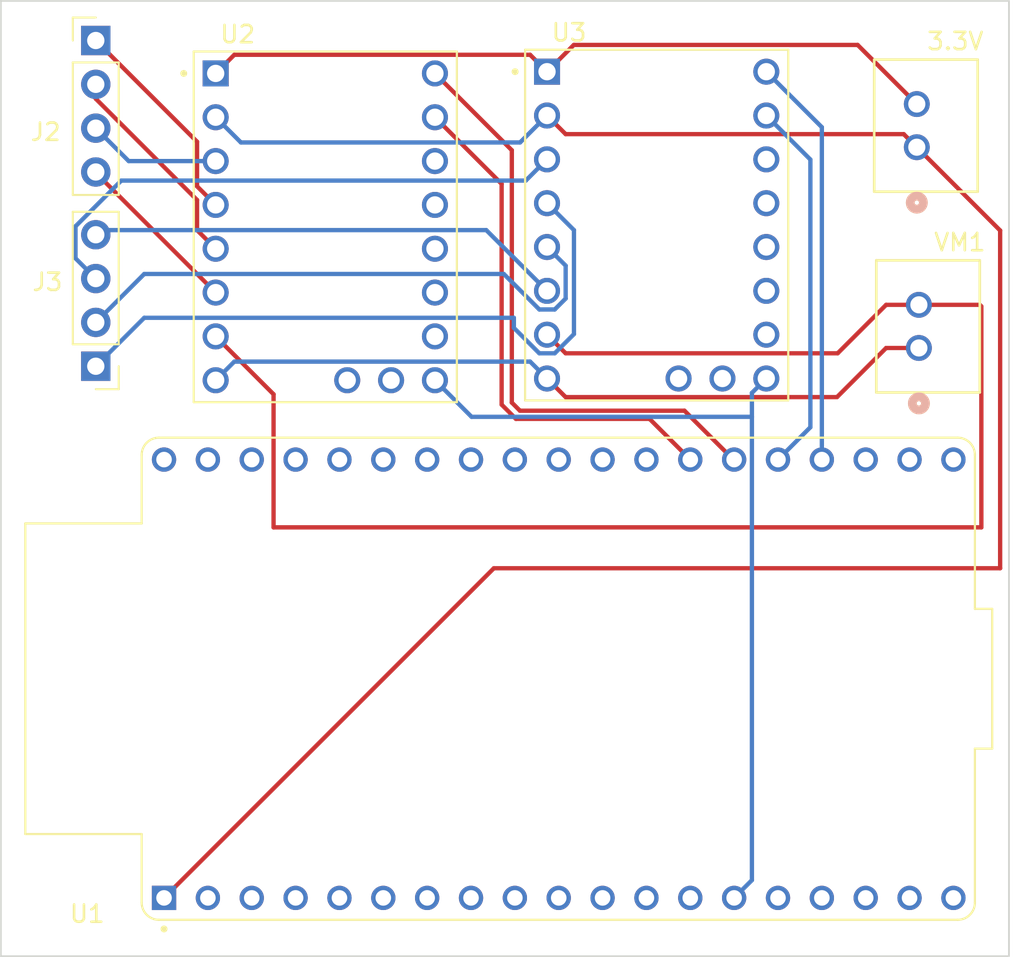
<source format=kicad_pcb>
(kicad_pcb (version 20221018) (generator pcbnew)
  (layers (0 "F.Cu" signal) (31 "B.Cu" signal) (34 "B.Paste" user) (35 "F.Paste" user) (36 "B.SilkS" user "B.Silkscreen") (37 "F.SilkS" user "F.Silkscreen") (38 "B.Mask" user) (39 "F.Mask" user) (44 "Edge.Cuts" user))
  (net 0 "")
  (net 1 "GND")
  (net 2 "VCC 5V")
  (net 3 "Net-(J3-Pin_1)")
  (net 4 "Net-(J3-Pin_2)")
  (net 5 "Net-(J3-Pin_3)")
  (net 6 "Net-(J3-Pin_4)")
  (net 7 "Net-(J2-Pin_1)")
  (net 8 "Net-(J2-Pin_2)")
  (net 9 "Net-(J2-Pin_3)")
  (net 10 "Net-(J2-Pin_4)")
  (net 11 "VCC 22V")
  (net 19 "VIO 3.3V")
  (net 41 "Net-(U1-IO4)")
  (net 47 "Net-(U1-IO0)")
  (net 48 "Net-(U1-IO2)")
  (net 49 "Net-(U1-IO15)")
  (footprint "Connector_PinHeader_2.54mm:PinHeader_1x04_P2.54mm_Vertical" (layer "F.Cu") (at 64.66078 57.393216)
    (fp_text reference "J2" (at -2.898727 5.299341) (layer "F.SilkS"))
    (fp_text value "Conn_01x04")
    (fp_line (start -1.33 -1.33) (end 0 -1.33) (stroke (width 0.12)) (layer "F.SilkS"))
    (fp_line (start -1.33 0) (end -1.33 -1.33) (stroke (width 0.12)) (layer "F.SilkS"))
    (fp_line (start -1.33 1.27) (end -1.33 8.95) (stroke (width 0.12)) (layer "F.SilkS"))
    (fp_line (start -1.33 1.27) (end 1.33 1.27) (stroke (width 0.12)) (layer "F.SilkS"))
    (fp_line (start -1.33 8.95) (end 1.33 8.95) (stroke (width 0.12)) (layer "F.SilkS"))
    (fp_line (start 1.33 1.27) (end 1.33 8.95) (stroke (width 0.12)) (layer "F.SilkS"))
    (pad "1" thru_hole rect (at 0 0) (size 1.7 1.7) (drill 1) (layers "*.Cu" "*.Mask") (net 7 "Net-(J2-Pin_1)"))
    (pad "2" thru_hole oval (at 0 2.54) (size 1.7 1.7) (drill 1) (layers "*.Cu" "*.Mask") (net 8 "Net-(J2-Pin_2)"))
    (pad "3" thru_hole oval (at 0 5.08) (size 1.7 1.7) (drill 1) (layers "*.Cu" "*.Mask") (net 9 "Net-(J2-Pin_3)"))
    (pad "4" thru_hole oval (at 0 7.62) (size 1.7 1.7) (drill 1) (layers "*.Cu" "*.Mask") (net 10 "Net-(J2-Pin_4)"))
  )
  (footprint "ESP32-DEVKITC-32E:MODULE_ESP32-DEVKITC-32E" (layer "F.Cu") (at 91.44902 94.378647 90)
    (fp_text reference "U1" (at -13.62542 -27.282979 180) (layer "F.SilkS"))
    (fp_text value "ESP32-DEVKITC-32E")
    (fp_line (start -13.97 23.13) (end -13.97 -23.13) (stroke (width 0.127)) (layer "F.SilkS"))
    (fp_line (start -12.97 -24.13) (end -9 -24.13) (stroke (width 0.127)) (layer "F.SilkS"))
    (fp_line (start -12.97 24.13) (end -4.05 24.13) (stroke (width 0.127)) (layer "F.SilkS"))
    (fp_line (start -9 -30.87) (end 9 -30.87) (stroke (width 0.127)) (layer "F.SilkS"))
    (fp_line (start -9 -24.13) (end -9 -30.87) (stroke (width 0.127)) (layer "F.SilkS"))
    (fp_line (start -4.05 24.13) (end -4.05 25.13) (stroke (width 0.127)) (layer "F.SilkS"))
    (fp_line (start -4.05 25.13) (end 4.05 25.13) (stroke (width 0.127)) (layer "F.SilkS"))
    (fp_line (start 4.05 24.13) (end 12.97 24.13) (stroke (width 0.127)) (layer "F.SilkS"))
    (fp_line (start 4.05 25.13) (end 4.05 24.13) (stroke (width 0.127)) (layer "F.SilkS"))
    (fp_line (start 9 -30.87) (end 9 -24.13) (stroke (width 0.127)) (layer "F.SilkS"))
    (fp_line (start 9 -24.13) (end 12.97 -24.13) (stroke (width 0.127)) (layer "F.SilkS"))
    (fp_line (start 13.97 23.13) (end 13.97 -23.13) (stroke (width 0.127)) (layer "F.SilkS"))
    (fp_arc (start -13.97 -23.13) (mid -13.677107 -23.837107) (end -12.97 -24.13) (stroke (width 0.127)) (layer "F.SilkS"))
    (fp_arc (start -12.97 24.13) (mid -13.677107 23.837107) (end -13.97 23.13) (stroke (width 0.127)) (layer "F.SilkS"))
    (fp_arc (start 12.97 -24.13) (mid 13.677107 -23.837107) (end 13.97 -23.13) (stroke (width 0.127)) (layer "F.SilkS"))
    (fp_arc (start 13.97 23.13) (mid 13.677107 23.837107) (end 12.97 24.13) (stroke (width 0.127)) (layer "F.SilkS"))
    (fp_circle (center -14.5 -22.835) (end -14.4 -22.835) (stroke (width 0.2)) (fill none) (layer "F.SilkS"))
    (pad "J2_1" thru_hole rect (at -12.7 -22.835 90) (size 1.408 1.408) (drill 0.9) (layers "*.Cu" "*.Mask") (net 19 "VIO 3.3V"))
    (pad "J2_2" thru_hole circle (at -12.7 -20.295 90) (size 1.408 1.408) (drill 0.9) (layers "*.Cu" "*.Mask"))
    (pad "J2_3" thru_hole circle (at -12.7 -17.755 90) (size 1.408 1.408) (drill 0.9) (layers "*.Cu" "*.Mask"))
    (pad "J2_4" thru_hole circle (at -12.7 -15.215 90) (size 1.408 1.408) (drill 0.9) (layers "*.Cu" "*.Mask"))
    (pad "J2_5" thru_hole circle (at -12.7 -12.675 90) (size 1.408 1.408) (drill 0.9) (layers "*.Cu" "*.Mask"))
    (pad "J2_6" thru_hole circle (at -12.7 -10.135 90) (size 1.408 1.408) (drill 0.9) (layers "*.Cu" "*.Mask"))
    (pad "J2_7" thru_hole circle (at -12.7 -7.595 90) (size 1.408 1.408) (drill 0.9) (layers "*.Cu" "*.Mask"))
    (pad "J2_8" thru_hole circle (at -12.7 -5.055 90) (size 1.408 1.408) (drill 0.9) (layers "*.Cu" "*.Mask"))
    (pad "J2_9" thru_hole circle (at -12.7 -2.515 90) (size 1.408 1.408) (drill 0.9) (layers "*.Cu" "*.Mask"))
    (pad "J2_10" thru_hole circle (at -12.7 0.025 90) (size 1.408 1.408) (drill 0.9) (layers "*.Cu" "*.Mask"))
    (pad "J2_11" thru_hole circle (at -12.7 2.565 90) (size 1.408 1.408) (drill 0.9) (layers "*.Cu" "*.Mask"))
    (pad "J2_12" thru_hole circle (at -12.7 5.105 90) (size 1.408 1.408) (drill 0.9) (layers "*.Cu" "*.Mask"))
    (pad "J2_13" thru_hole circle (at -12.7 7.645 90) (size 1.408 1.408) (drill 0.9) (layers "*.Cu" "*.Mask"))
    (pad "J2_14" thru_hole circle (at -12.7 10.185 90) (size 1.408 1.408) (drill 0.9) (layers "*.Cu" "*.Mask") (net 1 "GND"))
    (pad "J2_15" thru_hole circle (at -12.7 12.725 90) (size 1.408 1.408) (drill 0.9) (layers "*.Cu" "*.Mask"))
    (pad "J2_16" thru_hole circle (at -12.7 15.265 90) (size 1.408 1.408) (drill 0.9) (layers "*.Cu" "*.Mask"))
    (pad "J2_17" thru_hole circle (at -12.7 17.805 90) (size 1.408 1.408) (drill 0.9) (layers "*.Cu" "*.Mask"))
    (pad "J2_18" thru_hole circle (at -12.7 20.345 90) (size 1.408 1.408) (drill 0.9) (layers "*.Cu" "*.Mask"))
    (pad "J2_19" thru_hole circle (at -12.7 22.885 90) (size 1.408 1.408) (drill 0.9) (layers "*.Cu" "*.Mask") (net 2 "VCC 5V"))
    (pad "J3_1" thru_hole circle (at 12.7 -22.835 90) (size 1.408 1.408) (drill 0.9) (layers "*.Cu" "*.Mask"))
    (pad "J3_2" thru_hole circle (at 12.7 -20.295 90) (size 1.408 1.408) (drill 0.9) (layers "*.Cu" "*.Mask"))
    (pad "J3_3" thru_hole circle (at 12.7 -17.755 90) (size 1.408 1.408) (drill 0.9) (layers "*.Cu" "*.Mask"))
    (pad "J3_4" thru_hole circle (at 12.7 -15.215 90) (size 1.408 1.408) (drill 0.9) (layers "*.Cu" "*.Mask"))
    (pad "J3_5" thru_hole circle (at 12.7 -12.675 90) (size 1.408 1.408) (drill 0.9) (layers "*.Cu" "*.Mask"))
    (pad "J3_6" thru_hole circle (at 12.7 -10.135 90) (size 1.408 1.408) (drill 0.9) (layers "*.Cu" "*.Mask"))
    (pad "J3_7" thru_hole circle (at 12.7 -7.595 90) (size 1.408 1.408) (drill 0.9) (layers "*.Cu" "*.Mask"))
    (pad "J3_8" thru_hole circle (at 12.7 -5.055 90) (size 1.408 1.408) (drill 0.9) (layers "*.Cu" "*.Mask"))
    (pad "J3_9" thru_hole circle (at 12.7 -2.515 90) (size 1.408 1.408) (drill 0.9) (layers "*.Cu" "*.Mask"))
    (pad "J3_10" thru_hole circle (at 12.7 0.025 90) (size 1.408 1.408) (drill 0.9) (layers "*.Cu" "*.Mask"))
    (pad "J3_11" thru_hole circle (at 12.7 2.565 90) (size 1.408 1.408) (drill 0.9) (layers "*.Cu" "*.Mask"))
    (pad "J3_12" thru_hole circle (at 12.7 5.105 90) (size 1.408 1.408) (drill 0.9) (layers "*.Cu" "*.Mask"))
    (pad "J3_13" thru_hole circle (at 12.7 7.645 90) (size 1.408 1.408) (drill 0.9) (layers "*.Cu" "*.Mask") (net 41 "Net-(U1-IO4)"))
    (pad "J3_14" thru_hole circle (at 12.7 10.185 90) (size 1.408 1.408) (drill 0.9) (layers "*.Cu" "*.Mask") (net 47 "Net-(U1-IO0)"))
    (pad "J3_15" thru_hole circle (at 12.7 12.725 90) (size 1.408 1.408) (drill 0.9) (layers "*.Cu" "*.Mask") (net 48 "Net-(U1-IO2)"))
    (pad "J3_16" thru_hole circle (at 12.7 15.265 90) (size 1.408 1.408) (drill 0.9) (layers "*.Cu" "*.Mask") (net 49 "Net-(U1-IO15)"))
    (pad "J3_17" thru_hole circle (at 12.7 17.805 90) (size 1.408 1.408) (drill 0.9) (layers "*.Cu" "*.Mask"))
    (pad "J3_18" thru_hole circle (at 12.7 20.345 90) (size 1.408 1.408) (drill 0.9) (layers "*.Cu" "*.Mask"))
    (pad "J3_19" thru_hole circle (at 12.7 22.885 90) (size 1.408 1.408) (drill 0.9) (layers "*.Cu" "*.Mask"))
  )
  (footprint "TMC2209_SILENTSTEPSTICK:MODULE_TMC2209_SILENTSTEPSTICK" (layer "F.Cu") (at 77.954944 68.190144)
    (fp_text reference "U2" (at -5.075 -11.155) (layer "F.SilkS"))
    (fp_text value "TMC2209_SILENTSTEPSTICK")
    (fp_line (start -7.62 -10.16) (end 7.62 -10.16) (stroke (width 0.127)) (layer "F.SilkS"))
    (fp_line (start -7.62 10.16) (end -7.62 -10.16) (stroke (width 0.127)) (layer "F.SilkS"))
    (fp_line (start 7.62 -10.16) (end 7.62 10.16) (stroke (width 0.127)) (layer "F.SilkS"))
    (fp_line (start 7.62 10.16) (end -7.62 10.16) (stroke (width 0.127)) (layer "F.SilkS"))
    (fp_circle (center -8.2 -8.89) (end -8.1 -8.89) (stroke (width 0.2)) (fill none) (layer "F.SilkS"))
    (pad "1" thru_hole rect (at -6.35 -8.89) (size 1.508 1.508) (drill 1) (layers "*.Cu" "*.Mask") (net 1 "GND"))
    (pad "2" thru_hole circle (at -6.35 -6.35) (size 1.508 1.508) (drill 1) (layers "*.Cu" "*.Mask") (net 19 "VIO 3.3V"))
    (pad "3" thru_hole circle (at -6.35 -3.81) (size 1.508 1.508) (drill 1) (layers "*.Cu" "*.Mask") (net 9 "Net-(J2-Pin_3)"))
    (pad "4" thru_hole circle (at -6.35 -1.27) (size 1.508 1.508) (drill 1) (layers "*.Cu" "*.Mask") (net 7 "Net-(J2-Pin_1)"))
    (pad "5" thru_hole circle (at -6.35 1.27) (size 1.508 1.508) (drill 1) (layers "*.Cu" "*.Mask") (net 8 "Net-(J2-Pin_2)"))
    (pad "6" thru_hole circle (at -6.35 3.81) (size 1.508 1.508) (drill 1) (layers "*.Cu" "*.Mask") (net 10 "Net-(J2-Pin_4)"))
    (pad "7" thru_hole circle (at -6.35 6.35) (size 1.508 1.508) (drill 1) (layers "*.Cu" "*.Mask") (net 1 "GND"))
    (pad "8" thru_hole circle (at -6.35 8.89) (size 1.508 1.508) (drill 1) (layers "*.Cu" "*.Mask") (net 11 "VCC 22V"))
    (pad "9" thru_hole circle (at 6.35 -8.89) (size 1.508 1.508) (drill 1) (layers "*.Cu" "*.Mask") (net 47 "Net-(U1-IO0)"))
    (pad "10" thru_hole circle (at 6.35 -6.35) (size 1.508 1.508) (drill 1) (layers "*.Cu" "*.Mask") (net 41 "Net-(U1-IO4)"))
    (pad "11" thru_hole circle (at 6.35 -3.81) (size 1.508 1.508) (drill 1) (layers "*.Cu" "*.Mask"))
    (pad "12" thru_hole circle (at 6.35 -1.27) (size 1.508 1.508) (drill 1) (layers "*.Cu" "*.Mask"))
    (pad "13" thru_hole circle (at 6.35 1.27) (size 1.508 1.508) (drill 1) (layers "*.Cu" "*.Mask"))
    (pad "14" thru_hole circle (at 6.35 3.81) (size 1.508 1.508) (drill 1) (layers "*.Cu" "*.Mask"))
    (pad "15" thru_hole circle (at 6.35 6.35) (size 1.508 1.508) (drill 1) (layers "*.Cu" "*.Mask"))
    (pad "16" thru_hole circle (at 6.35 8.89) (size 1.508 1.508) (drill 1) (layers "*.Cu" "*.Mask") (net 1 "GND"))
    (pad "17" thru_hole circle (at 1.27 8.89) (size 1.508 1.508) (drill 1) (layers "*.Cu" "*.Mask"))
    (pad "18" thru_hole circle (at 3.81 8.89) (size 1.508 1.508) (drill 1) (layers "*.Cu" "*.Mask"))
  )
  (footprint "footprints:CONN_B2B-XH-A_JST" (layer "F.Cu") (at 112.213538 63.576506 -90)
    (fp_text reference "3.3V" (at -6.139079 -2.231726 unlocked) (layer "F.SilkS"))
    (fp_text value "B2B-XH-A")
    (fp_circle (center 3.212 0) (end 3.593 0) (stroke (width 0.508)) (fill none) (layer "B.SilkS"))
    (fp_line (start -5.077 -3.527001) (end -5.077 2.467399) (stroke (width 0.1524)) (layer "F.SilkS"))
    (fp_line (start -5.077 2.467399) (end 2.577 2.467399) (stroke (width 0.1524)) (layer "F.SilkS"))
    (fp_line (start 2.577 -3.527001) (end -5.077 -3.527001) (stroke (width 0.1524)) (layer "F.SilkS"))
    (fp_line (start 2.577 2.467399) (end 2.577 -3.527001) (stroke (width 0.1524)) (layer "F.SilkS"))
    (fp_circle (center 3.212 0) (end 3.593 0) (stroke (width 0.508)) (fill none) (layer "F.SilkS"))
    (pad "1" thru_hole circle (at 0 0 270) (size 1.4986 1.4986) (drill 0.9906) (layers "*.Cu" "*.Mask") (net 19 "VIO 3.3V"))
    (pad "2" thru_hole circle (at -2.5 0 270) (size 1.4986 1.4986) (drill 0.9906) (layers "*.Cu" "*.Mask") (net 1 "GND"))
  )
  (footprint "Connector_PinHeader_2.54mm:PinHeader_1x04_P2.54mm_Vertical" (layer "F.Cu") (at 64.66078 76.268828 180)
    (fp_text reference "J3" (at 2.798771 4.880088) (layer "F.SilkS"))
    (fp_text value "Conn_01x04")
    (fp_line (start -1.33 -1.33) (end 0 -1.33) (stroke (width 0.12)) (layer "F.SilkS"))
    (fp_line (start -1.33 0) (end -1.33 -1.33) (stroke (width 0.12)) (layer "F.SilkS"))
    (fp_line (start -1.33 1.27) (end -1.33 8.95) (stroke (width 0.12)) (layer "F.SilkS"))
    (fp_line (start -1.33 1.27) (end 1.33 1.27) (stroke (width 0.12)) (layer "F.SilkS"))
    (fp_line (start -1.33 8.95) (end 1.33 8.95) (stroke (width 0.12)) (layer "F.SilkS"))
    (fp_line (start 1.33 1.27) (end 1.33 8.95) (stroke (width 0.12)) (layer "F.SilkS"))
    (pad "1" thru_hole rect (at 0 0 180) (size 1.7 1.7) (drill 1) (layers "*.Cu" "*.Mask") (net 3 "Net-(J3-Pin_1)"))
    (pad "2" thru_hole oval (at 0 2.54 180) (size 1.7 1.7) (drill 1) (layers "*.Cu" "*.Mask") (net 4 "Net-(J3-Pin_2)"))
    (pad "3" thru_hole oval (at 0 5.08 180) (size 1.7 1.7) (drill 1) (layers "*.Cu" "*.Mask") (net 5 "Net-(J3-Pin_3)"))
    (pad "4" thru_hole oval (at 0 7.62 180) (size 1.7 1.7) (drill 1) (layers "*.Cu" "*.Mask") (net 6 "Net-(J3-Pin_4)"))
  )
  (footprint "footprints:CONN_B2B-XH-A_JST" (layer "F.Cu") (at 112.334514 75.210212 -90)
    (fp_text reference "VM1" (at -6.12051 -2.373188 unlocked) (layer "F.SilkS"))
    (fp_text value "B2B-XH-A")
    (fp_circle (center 3.212 0) (end 3.593 0) (stroke (width 0.508)) (fill none) (layer "B.SilkS"))
    (fp_line (start -5.077 -3.527001) (end -5.077 2.467399) (stroke (width 0.1524)) (layer "F.SilkS"))
    (fp_line (start -5.077 2.467399) (end 2.577 2.467399) (stroke (width 0.1524)) (layer "F.SilkS"))
    (fp_line (start 2.577 -3.527001) (end -5.077 -3.527001) (stroke (width 0.1524)) (layer "F.SilkS"))
    (fp_line (start 2.577 2.467399) (end 2.577 -3.527001) (stroke (width 0.1524)) (layer "F.SilkS"))
    (fp_circle (center 3.212 0) (end 3.593 0) (stroke (width 0.508)) (fill none) (layer "F.SilkS"))
    (pad "1" thru_hole circle (at 0 0 270) (size 1.4986 1.4986) (drill 0.9906) (layers "*.Cu" "*.Mask") (net 11 "VCC 22V"))
    (pad "2" thru_hole circle (at -2.5 0 270) (size 1.4986 1.4986) (drill 0.9906) (layers "*.Cu" "*.Mask") (net 1 "GND"))
  )
  (footprint "TMC2209_SILENTSTEPSTICK:MODULE_TMC2209_SILENTSTEPSTICK" (layer "F.Cu") (at 97.146519 68.090188)
    (fp_text reference "U3" (at -5.075 -11.155) (layer "F.SilkS"))
    (fp_text value "TMC2209_SILENTSTEPSTICK")
    (fp_line (start -7.62 -10.16) (end 7.62 -10.16) (stroke (width 0.127)) (layer "F.SilkS"))
    (fp_line (start -7.62 10.16) (end -7.62 -10.16) (stroke (width 0.127)) (layer "F.SilkS"))
    (fp_line (start 7.62 -10.16) (end 7.62 10.16) (stroke (width 0.127)) (layer "F.SilkS"))
    (fp_line (start 7.62 10.16) (end -7.62 10.16) (stroke (width 0.127)) (layer "F.SilkS"))
    (fp_circle (center -8.2 -8.89) (end -8.1 -8.89) (stroke (width 0.2)) (fill none) (layer "F.SilkS"))
    (pad "1" thru_hole rect (at -6.35 -8.89) (size 1.508 1.508) (drill 1) (layers "*.Cu" "*.Mask") (net 1 "GND"))
    (pad "2" thru_hole circle (at -6.35 -6.35) (size 1.508 1.508) (drill 1) (layers "*.Cu" "*.Mask") (net 19 "VIO 3.3V"))
    (pad "3" thru_hole circle (at -6.35 -3.81) (size 1.508 1.508) (drill 1) (layers "*.Cu" "*.Mask") (net 5 "Net-(J3-Pin_3)"))
    (pad "4" thru_hole circle (at -6.35 -1.27) (size 1.508 1.508) (drill 1) (layers "*.Cu" "*.Mask") (net 3 "Net-(J3-Pin_1)"))
    (pad "5" thru_hole circle (at -6.35 1.27) (size 1.508 1.508) (drill 1) (layers "*.Cu" "*.Mask") (net 4 "Net-(J3-Pin_2)"))
    (pad "6" thru_hole circle (at -6.35 3.81) (size 1.508 1.508) (drill 1) (layers "*.Cu" "*.Mask") (net 6 "Net-(J3-Pin_4)"))
    (pad "7" thru_hole circle (at -6.35 6.35) (size 1.508 1.508) (drill 1) (layers "*.Cu" "*.Mask") (net 1 "GND"))
    (pad "8" thru_hole circle (at -6.35 8.89) (size 1.508 1.508) (drill 1) (layers "*.Cu" "*.Mask") (net 11 "VCC 22V"))
    (pad "9" thru_hole circle (at 6.35 -8.89) (size 1.508 1.508) (drill 1) (layers "*.Cu" "*.Mask") (net 49 "Net-(U1-IO15)"))
    (pad "10" thru_hole circle (at 6.35 -6.35) (size 1.508 1.508) (drill 1) (layers "*.Cu" "*.Mask") (net 48 "Net-(U1-IO2)"))
    (pad "11" thru_hole circle (at 6.35 -3.81) (size 1.508 1.508) (drill 1) (layers "*.Cu" "*.Mask"))
    (pad "12" thru_hole circle (at 6.35 -1.27) (size 1.508 1.508) (drill 1) (layers "*.Cu" "*.Mask"))
    (pad "13" thru_hole circle (at 6.35 1.27) (size 1.508 1.508) (drill 1) (layers "*.Cu" "*.Mask"))
    (pad "14" thru_hole circle (at 6.35 3.81) (size 1.508 1.508) (drill 1) (layers "*.Cu" "*.Mask"))
    (pad "15" thru_hole circle (at 6.35 6.35) (size 1.508 1.508) (drill 1) (layers "*.Cu" "*.Mask"))
    (pad "16" thru_hole circle (at 6.35 8.89) (size 1.508 1.508) (drill 1) (layers "*.Cu" "*.Mask") (net 1 "GND"))
    (pad "17" thru_hole circle (at 1.27 8.89) (size 1.508 1.508) (drill 1) (layers "*.Cu" "*.Mask"))
    (pad "18" thru_hole circle (at 3.81 8.89) (size 1.508 1.508) (drill 1) (layers "*.Cu" "*.Mask"))
  )
  (gr_rect (start 59.163193 55.095892) (end 117.551041 110.460136) (stroke (width 0.1)) (fill none) (layer "Edge.Cuts"))
  (segment (start 112.213538 61.076506) (end 108.787156 57.650124) (width 0.25) (layer "F.Cu") (net 1))
  (segment (start 90.796519 74.440188) (end 91.875519 75.519188) (width 0.25) (layer "F.Cu") (net 1))
  (segment (start 115.861788 72.710212) (end 112.334514 72.710212) (width 0.25) (layer "F.Cu") (net 1))
  (segment (start 110.438047 72.710212) (end 112.334514 72.710212) (width 0.25) (layer "F.Cu") (net 1))
  (segment (start 74.957953 85.605758) (end 115.951969 85.605758) (width 0.25) (layer "F.Cu") (net 1))
  (segment (start 90.796519 59.200188) (end 89.817475 58.221144) (width 0.25) (layer "F.Cu") (net 1))
  (segment (start 74.957953 77.893153) (end 74.957953 85.605758) (width 0.25) (layer "F.Cu") (net 1))
  (segment (start 71.604944 74.540144) (end 74.957953 77.893153) (width 0.25) (layer "F.Cu") (net 1))
  (segment (start 89.817475 58.221144) (end 72.683944 58.221144) (width 0.25) (layer "F.Cu") (net 1))
  (segment (start 91.875519 75.519188) (end 107.629071 75.519188) (width 0.25) (layer "F.Cu") (net 1))
  (segment (start 115.951969 72.800393) (end 115.861788 72.710212) (width 0.25) (layer "F.Cu") (net 1))
  (segment (start 108.787156 57.650124) (end 92.346583 57.650124) (width 0.25) (layer "F.Cu") (net 1))
  (segment (start 92.346583 57.650124) (end 90.796519 59.200188) (width 0.25) (layer "F.Cu") (net 1))
  (segment (start 115.951969 85.605758) (end 115.951969 72.800393) (width 0.25) (layer "F.Cu") (net 1))
  (segment (start 72.683944 58.221144) (end 71.604944 59.300144) (width 0.25) (layer "F.Cu") (net 1))
  (segment (start 107.629071 75.519188) (end 110.438047 72.710212) (width 0.25) (layer "F.Cu") (net 1))
  (segment (start 102.66302 77.813687) (end 102.66302 79.20045) (width 0.25) (layer "B.Cu") (net 1))
  (segment (start 103.496519 76.980188) (end 102.66302 77.813687) (width 0.25) (layer "B.Cu") (net 1))
  (segment (start 102.66302 106.049647) (end 101.63402 107.078647) (width 0.25) (layer "B.Cu") (net 1))
  (segment (start 102.66302 79.20045) (end 102.66302 106.049647) (width 0.25) (layer "B.Cu") (net 1))
  (segment (start 84.304944 77.080144) (end 86.42525 79.20045) (width 0.25) (layer "B.Cu") (net 1))
  (segment (start 86.42525 79.20045) (end 102.66302 79.20045) (width 0.25) (layer "B.Cu") (net 1))
  (segment (start 64.66078 76.268828) (end 67.468464 73.461144) (width 0.25) (layer "B.Cu") (net 3))
  (segment (start 67.468464 73.461144) (end 88.8756 73.461144) (width 0.25) (layer "B.Cu") (net 3))
  (segment (start 88.8756 73.461144) (end 88.8756 74.045206) (width 0.25) (layer "B.Cu") (net 3))
  (segment (start 88.8756 74.045206) (end 90.349582 75.519188) (width 0.25) (layer "B.Cu") (net 3))
  (segment (start 92.35629 74.406354) (end 92.35629 68.379959) (width 0.25) (layer "B.Cu") (net 3))
  (segment (start 90.349582 75.519188) (end 91.243456 75.519188) (width 0.25) (layer "B.Cu") (net 3))
  (segment (start 91.243456 75.519188) (end 92.35629 74.406354) (width 0.25) (layer "B.Cu") (net 3))
  (segment (start 92.35629 68.379959) (end 90.796519 66.820188) (width 0.25) (layer "B.Cu") (net 3))
  (segment (start 88.291538 70.921144) (end 90.349582 72.979188) (width 0.25) (layer "B.Cu") (net 4))
  (segment (start 91.875519 70.439188) (end 90.796519 69.360188) (width 0.25) (layer "B.Cu") (net 4))
  (segment (start 90.349582 72.979188) (end 91.243456 72.979188) (width 0.25) (layer "B.Cu") (net 4))
  (segment (start 67.468464 70.921144) (end 88.291538 70.921144) (width 0.25) (layer "B.Cu") (net 4))
  (segment (start 91.875519 72.347125) (end 91.875519 70.439188) (width 0.25) (layer "B.Cu") (net 4))
  (segment (start 91.243456 72.979188) (end 91.875519 72.347125) (width 0.25) (layer "B.Cu") (net 4))
  (segment (start 64.66078 73.728828) (end 67.468464 70.921144) (width 0.25) (layer "B.Cu") (net 4))
  (segment (start 63.48578 70.013828) (end 63.48578 68.162127) (width 0.25) (layer "B.Cu") (net 5))
  (segment (start 63.48578 68.162127) (end 66.13654 65.511367) (width 0.25) (layer "B.Cu") (net 5))
  (segment (start 89.56534 65.511367) (end 90.796519 64.280188) (width 0.25) (layer "B.Cu") (net 5))
  (segment (start 64.66078 71.188828) (end 63.48578 70.013828) (width 0.25) (layer "B.Cu") (net 5))
  (segment (start 66.13654 65.511367) (end 89.56534 65.511367) (width 0.25) (layer "B.Cu") (net 5))
  (segment (start 64.66078 68.648828) (end 64.928464 68.381144) (width 0.25) (layer "B.Cu") (net 6))
  (segment (start 64.928464 68.381144) (end 87.277475 68.381144) (width 0.25) (layer "B.Cu") (net 6))
  (segment (start 87.277475 68.381144) (end 90.796519 71.900188) (width 0.25) (layer "B.Cu") (net 6))
  (segment (start 70.525944 65.841144) (end 70.525944 63.25838) (width 0.25) (layer "F.Cu") (net 7))
  (segment (start 71.604944 66.920144) (end 70.525944 65.841144) (width 0.25) (layer "F.Cu") (net 7))
  (segment (start 70.525944 63.25838) (end 64.66078 57.393216) (width 0.25) (layer "F.Cu") (net 7))
  (segment (start 64.66078 60.768673) (end 64.66078 59.933216) (width 0.25) (layer "F.Cu") (net 8))
  (segment (start 71.604944 69.460144) (end 70.525944 68.381144) (width 0.25) (layer "F.Cu") (net 8))
  (segment (start 70.525944 66.633837) (end 64.66078 60.768673) (width 0.25) (layer "F.Cu") (net 8))
  (segment (start 70.525944 68.381144) (end 70.525944 66.633837) (width 0.25) (layer "F.Cu") (net 8))
  (segment (start 66.567708 64.380144) (end 71.604944 64.380144) (width 0.25) (layer "B.Cu") (net 9))
  (segment (start 64.66078 62.473216) (end 66.567708 64.380144) (width 0.25) (layer "B.Cu") (net 9))
  (segment (start 71.604944 72.000144) (end 64.66078 65.05598) (width 0.25) (layer "F.Cu") (net 10))
  (segment (start 64.66078 65.05598) (end 64.66078 65.013216) (width 0.25) (layer "F.Cu") (net 10))
  (segment (start 107.589071 78.059188) (end 110.438047 75.210212) (width 0.25) (layer "F.Cu") (net 11))
  (segment (start 91.875519 78.059188) (end 107.589071 78.059188) (width 0.25) (layer "F.Cu") (net 11))
  (segment (start 110.438047 75.210212) (end 112.334514 75.210212) (width 0.25) (layer "F.Cu") (net 11))
  (segment (start 90.796519 76.980188) (end 91.875519 78.059188) (width 0.25) (layer "F.Cu") (net 11))
  (segment (start 72.683944 76.001144) (end 89.817475 76.001144) (width 0.25) (layer "B.Cu") (net 11))
  (segment (start 71.604944 77.080144) (end 72.683944 76.001144) (width 0.25) (layer "B.Cu") (net 11))
  (segment (start 89.817475 76.001144) (end 90.796519 76.980188) (width 0.25) (layer "B.Cu") (net 11))
  (segment (start 90.796519 61.740188) (end 91.875519 62.819188) (width 0.25) (layer "F.Cu") (net 19))
  (segment (start 117.040104 68.403072) (end 112.213538 63.576506) (width 0.25) (layer "F.Cu") (net 19))
  (segment (start 117.040104 87.975708) (end 117.040104 68.403072) (width 0.25) (layer "F.Cu") (net 19))
  (segment (start 68.61402 107.078647) (end 87.716959 87.975708) (width 0.25) (layer "F.Cu") (net 19))
  (segment (start 91.875519 62.819188) (end 111.45622 62.819188) (width 0.25) (layer "F.Cu") (net 19))
  (segment (start 87.716959 87.975708) (end 117.040104 87.975708) (width 0.25) (layer "F.Cu") (net 19))
  (segment (start 111.45622 62.819188) (end 112.213538 63.576506) (width 0.25) (layer "F.Cu") (net 19))
  (segment (start 89.235563 63.301144) (end 90.796519 61.740188) (width 0.25) (layer "B.Cu") (net 19))
  (segment (start 73.065944 63.301144) (end 89.235563 63.301144) (width 0.25) (layer "B.Cu") (net 19))
  (segment (start 71.604944 61.840144) (end 73.065944 63.301144) (width 0.25) (layer "B.Cu") (net 19))
  (segment (start 88.166959 78.492394) (end 88.993025 79.31846) (width 0.25) (layer "F.Cu") (net 41))
  (segment (start 84.304944 61.840144) (end 88.166959 65.702159) (width 0.25) (layer "F.Cu") (net 41))
  (segment (start 88.993025 79.31846) (end 96.733833 79.31846) (width 0.25) (layer "F.Cu") (net 41))
  (segment (start 88.166959 65.702159) (end 88.166959 78.492394) (width 0.25) (layer "F.Cu") (net 41))
  (segment (start 96.733833 79.31846) (end 99.09402 81.678647) (width 0.25) (layer "F.Cu") (net 41))
  (segment (start 88.757005 63.752205) (end 84.304944 59.300144) (width 0.25) (layer "F.Cu") (net 47))
  (segment (start 101.589041 81.678647) (end 98.756816 78.846422) (width 0.25) (layer "F.Cu") (net 47))
  (segment (start 89.229043 78.846422) (end 88.757005 78.374384) (width 0.25) (layer "F.Cu") (net 47))
  (segment (start 88.757005 78.374384) (end 88.757005 63.752205) (width 0.25) (layer "F.Cu") (net 47))
  (segment (start 101.63402 81.678647) (end 101.589041 81.678647) (width 0.25) (layer "F.Cu") (net 47))
  (segment (start 98.756816 78.846422) (end 89.229043 78.846422) (width 0.25) (layer "F.Cu") (net 47))
  (segment (start 106.049852 64.293521) (end 106.049852 79.802815) (width 0.25) (layer "B.Cu") (net 48))
  (segment (start 103.496519 61.740188) (end 106.049852 64.293521) (width 0.25) (layer "B.Cu") (net 48))
  (segment (start 106.049852 79.802815) (end 104.17402 81.678647) (width 0.25) (layer "B.Cu") (net 48))
  (segment (start 103.496519 59.200188) (end 106.71402 62.417689) (width 0.25) (layer "B.Cu") (net 49))
  (segment (start 106.71402 62.417689) (end 106.71402 81.678647) (width 0.25) (layer "B.Cu") (net 49))
)
</source>
